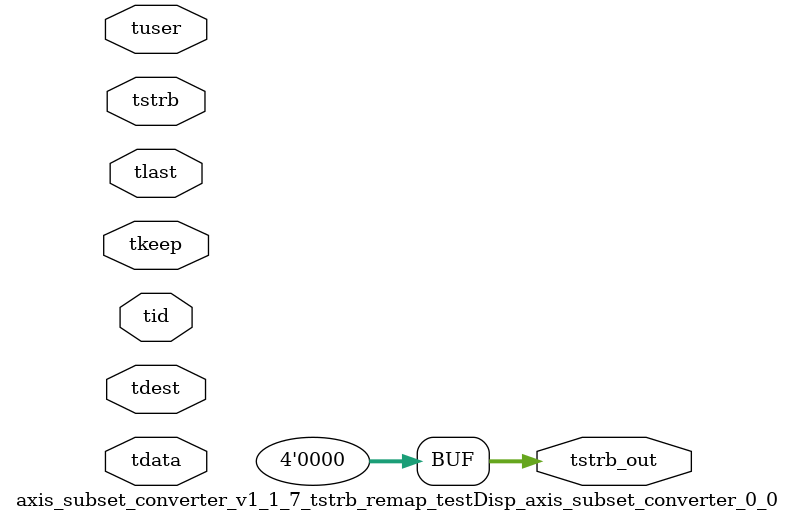
<source format=v>


`timescale 1ps/1ps

module axis_subset_converter_v1_1_7_tstrb_remap_testDisp_axis_subset_converter_0_0 #
(
parameter C_S_AXIS_TDATA_WIDTH = 32,
parameter C_S_AXIS_TUSER_WIDTH = 0,
parameter C_S_AXIS_TID_WIDTH   = 0,
parameter C_S_AXIS_TDEST_WIDTH = 0,
parameter C_M_AXIS_TDATA_WIDTH = 32
)
(
input  [(C_S_AXIS_TDATA_WIDTH == 0 ? 1 : C_S_AXIS_TDATA_WIDTH)-1:0     ] tdata,
input  [(C_S_AXIS_TUSER_WIDTH == 0 ? 1 : C_S_AXIS_TUSER_WIDTH)-1:0     ] tuser,
input  [(C_S_AXIS_TID_WIDTH   == 0 ? 1 : C_S_AXIS_TID_WIDTH)-1:0       ] tid,
input  [(C_S_AXIS_TDEST_WIDTH == 0 ? 1 : C_S_AXIS_TDEST_WIDTH)-1:0     ] tdest,
input  [(C_S_AXIS_TDATA_WIDTH/8)-1:0 ] tkeep,
input  [(C_S_AXIS_TDATA_WIDTH/8)-1:0 ] tstrb,
input                                                                    tlast,
output [(C_M_AXIS_TDATA_WIDTH/8)-1:0 ] tstrb_out
);

assign tstrb_out = {1'b0};

endmodule


</source>
